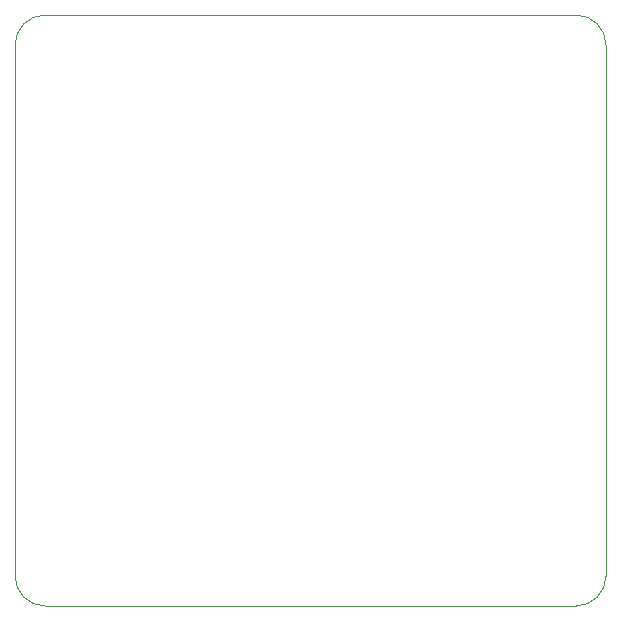
<source format=gbr>
%TF.GenerationSoftware,KiCad,Pcbnew,(6.0.5)*%
%TF.CreationDate,2023-03-31T09:28:20-05:00*%
%TF.ProjectId,remote,72656d6f-7465-42e6-9b69-6361645f7063,rev?*%
%TF.SameCoordinates,Original*%
%TF.FileFunction,Profile,NP*%
%FSLAX46Y46*%
G04 Gerber Fmt 4.6, Leading zero omitted, Abs format (unit mm)*
G04 Created by KiCad (PCBNEW (6.0.5)) date 2023-03-31 09:28:20*
%MOMM*%
%LPD*%
G01*
G04 APERTURE LIST*
%TA.AperFunction,Profile*%
%ADD10C,0.038100*%
%TD*%
G04 APERTURE END LIST*
D10*
X150114000Y-38100000D02*
X150114000Y-83058000D01*
X100076000Y-83058000D02*
X100076000Y-75946000D01*
X100076000Y-75946000D02*
X100076000Y-38100000D01*
X100076000Y-83058000D02*
G75*
G03*
X102616000Y-85598000I2540000J0D01*
G01*
X147574000Y-85598000D02*
X102616000Y-85598000D01*
X102616000Y-35560000D02*
G75*
G03*
X100076000Y-38100000I0J-2540000D01*
G01*
X102616000Y-35560000D02*
X147574000Y-35560000D01*
X147574000Y-85598000D02*
G75*
G03*
X150114000Y-83058000I0J2540000D01*
G01*
X150114000Y-38100000D02*
G75*
G03*
X147574000Y-35560000I-2540000J0D01*
G01*
M02*

</source>
